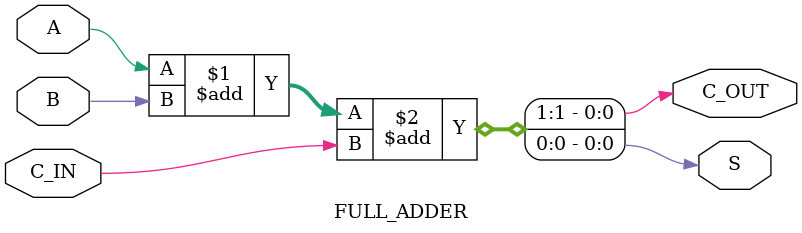
<source format=v>

module FULL_ADDER (
    input         wire                         A          ,
    input         wire                         B          ,
    input         wire                         C_IN       ,
    output        wire                         S          ,
    output        wire                         C_OUT
);


assign { C_OUT , S } = A + B + C_IN ;

endmodule






</source>
